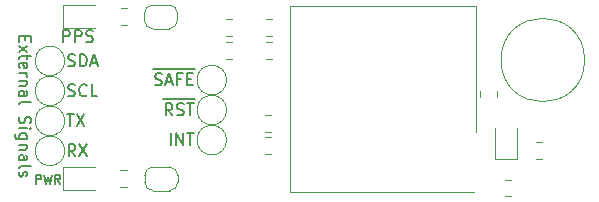
<source format=gbr>
G04 #@! TF.GenerationSoftware,KiCad,Pcbnew,(5.1.4)-1*
G04 #@! TF.CreationDate,2019-12-30T09:54:18-05:00*
G04 #@! TF.ProjectId,Feather-SAM-M8Q-GPS,46656174-6865-4722-9d53-414d2d4d3851,rev?*
G04 #@! TF.SameCoordinates,Original*
G04 #@! TF.FileFunction,Legend,Top*
G04 #@! TF.FilePolarity,Positive*
%FSLAX46Y46*%
G04 Gerber Fmt 4.6, Leading zero omitted, Abs format (unit mm)*
G04 Created by KiCad (PCBNEW (5.1.4)-1) date 2019-12-30 09:54:18*
%MOMM*%
%LPD*%
G04 APERTURE LIST*
%ADD10C,0.150000*%
%ADD11C,0.120000*%
G04 APERTURE END LIST*
D10*
X90160600Y-73999285D02*
X90160600Y-73249285D01*
X90446314Y-73249285D01*
X90517742Y-73285000D01*
X90553457Y-73320714D01*
X90589171Y-73392142D01*
X90589171Y-73499285D01*
X90553457Y-73570714D01*
X90517742Y-73606428D01*
X90446314Y-73642142D01*
X90160600Y-73642142D01*
X90839171Y-73249285D02*
X91017742Y-73999285D01*
X91160600Y-73463571D01*
X91303457Y-73999285D01*
X91482028Y-73249285D01*
X92196314Y-73999285D02*
X91946314Y-73642142D01*
X91767742Y-73999285D02*
X91767742Y-73249285D01*
X92053457Y-73249285D01*
X92124885Y-73285000D01*
X92160600Y-73320714D01*
X92196314Y-73392142D01*
X92196314Y-73499285D01*
X92160600Y-73570714D01*
X92124885Y-73606428D01*
X92053457Y-73642142D01*
X91767742Y-73642142D01*
X92424404Y-62009280D02*
X92424404Y-61009280D01*
X92805357Y-61009280D01*
X92900595Y-61056900D01*
X92948214Y-61104519D01*
X92995833Y-61199757D01*
X92995833Y-61342614D01*
X92948214Y-61437852D01*
X92900595Y-61485471D01*
X92805357Y-61533090D01*
X92424404Y-61533090D01*
X93424404Y-62009280D02*
X93424404Y-61009280D01*
X93805357Y-61009280D01*
X93900595Y-61056900D01*
X93948214Y-61104519D01*
X93995833Y-61199757D01*
X93995833Y-61342614D01*
X93948214Y-61437852D01*
X93900595Y-61485471D01*
X93805357Y-61533090D01*
X93424404Y-61533090D01*
X94376785Y-61961661D02*
X94519642Y-62009280D01*
X94757738Y-62009280D01*
X94852976Y-61961661D01*
X94900595Y-61914042D01*
X94948214Y-61818804D01*
X94948214Y-61723566D01*
X94900595Y-61628328D01*
X94852976Y-61580709D01*
X94757738Y-61533090D01*
X94567261Y-61485471D01*
X94472023Y-61437852D01*
X94424404Y-61390233D01*
X94376785Y-61294995D01*
X94376785Y-61199757D01*
X94424404Y-61104519D01*
X94472023Y-61056900D01*
X94567261Y-61009280D01*
X94805357Y-61009280D01*
X94948214Y-61056900D01*
X89225428Y-61508428D02*
X89225428Y-61841761D01*
X88701619Y-61984619D02*
X88701619Y-61508428D01*
X89701619Y-61508428D01*
X89701619Y-61984619D01*
X88701619Y-62317952D02*
X89368285Y-62841761D01*
X89368285Y-62317952D02*
X88701619Y-62841761D01*
X89368285Y-63079857D02*
X89368285Y-63460809D01*
X89701619Y-63222714D02*
X88844476Y-63222714D01*
X88749238Y-63270333D01*
X88701619Y-63365571D01*
X88701619Y-63460809D01*
X88749238Y-64175095D02*
X88701619Y-64079857D01*
X88701619Y-63889380D01*
X88749238Y-63794142D01*
X88844476Y-63746523D01*
X89225428Y-63746523D01*
X89320666Y-63794142D01*
X89368285Y-63889380D01*
X89368285Y-64079857D01*
X89320666Y-64175095D01*
X89225428Y-64222714D01*
X89130190Y-64222714D01*
X89034952Y-63746523D01*
X88701619Y-64651285D02*
X89368285Y-64651285D01*
X89177809Y-64651285D02*
X89273047Y-64698904D01*
X89320666Y-64746523D01*
X89368285Y-64841761D01*
X89368285Y-64937000D01*
X89368285Y-65270333D02*
X88701619Y-65270333D01*
X89273047Y-65270333D02*
X89320666Y-65317952D01*
X89368285Y-65413190D01*
X89368285Y-65556047D01*
X89320666Y-65651285D01*
X89225428Y-65698904D01*
X88701619Y-65698904D01*
X88701619Y-66603666D02*
X89225428Y-66603666D01*
X89320666Y-66556047D01*
X89368285Y-66460809D01*
X89368285Y-66270333D01*
X89320666Y-66175095D01*
X88749238Y-66603666D02*
X88701619Y-66508428D01*
X88701619Y-66270333D01*
X88749238Y-66175095D01*
X88844476Y-66127476D01*
X88939714Y-66127476D01*
X89034952Y-66175095D01*
X89082571Y-66270333D01*
X89082571Y-66508428D01*
X89130190Y-66603666D01*
X88701619Y-67222714D02*
X88749238Y-67127476D01*
X88844476Y-67079857D01*
X89701619Y-67079857D01*
X88749238Y-68317952D02*
X88701619Y-68460809D01*
X88701619Y-68698904D01*
X88749238Y-68794142D01*
X88796857Y-68841761D01*
X88892095Y-68889380D01*
X88987333Y-68889380D01*
X89082571Y-68841761D01*
X89130190Y-68794142D01*
X89177809Y-68698904D01*
X89225428Y-68508428D01*
X89273047Y-68413190D01*
X89320666Y-68365571D01*
X89415904Y-68317952D01*
X89511142Y-68317952D01*
X89606380Y-68365571D01*
X89654000Y-68413190D01*
X89701619Y-68508428D01*
X89701619Y-68746523D01*
X89654000Y-68889380D01*
X88701619Y-69317952D02*
X89368285Y-69317952D01*
X89701619Y-69317952D02*
X89654000Y-69270333D01*
X89606380Y-69317952D01*
X89654000Y-69365571D01*
X89701619Y-69317952D01*
X89606380Y-69317952D01*
X89368285Y-70222714D02*
X88558761Y-70222714D01*
X88463523Y-70175095D01*
X88415904Y-70127476D01*
X88368285Y-70032238D01*
X88368285Y-69889380D01*
X88415904Y-69794142D01*
X88749238Y-70222714D02*
X88701619Y-70127476D01*
X88701619Y-69937000D01*
X88749238Y-69841761D01*
X88796857Y-69794142D01*
X88892095Y-69746523D01*
X89177809Y-69746523D01*
X89273047Y-69794142D01*
X89320666Y-69841761D01*
X89368285Y-69937000D01*
X89368285Y-70127476D01*
X89320666Y-70222714D01*
X89368285Y-70698904D02*
X88701619Y-70698904D01*
X89273047Y-70698904D02*
X89320666Y-70746523D01*
X89368285Y-70841761D01*
X89368285Y-70984619D01*
X89320666Y-71079857D01*
X89225428Y-71127476D01*
X88701619Y-71127476D01*
X88701619Y-72032238D02*
X89225428Y-72032238D01*
X89320666Y-71984619D01*
X89368285Y-71889380D01*
X89368285Y-71698904D01*
X89320666Y-71603666D01*
X88749238Y-72032238D02*
X88701619Y-71937000D01*
X88701619Y-71698904D01*
X88749238Y-71603666D01*
X88844476Y-71556047D01*
X88939714Y-71556047D01*
X89034952Y-71603666D01*
X89082571Y-71698904D01*
X89082571Y-71937000D01*
X89130190Y-72032238D01*
X88701619Y-72651285D02*
X88749238Y-72556047D01*
X88844476Y-72508428D01*
X89701619Y-72508428D01*
X88749238Y-72984619D02*
X88701619Y-73079857D01*
X88701619Y-73270333D01*
X88749238Y-73365571D01*
X88844476Y-73413190D01*
X88892095Y-73413190D01*
X88987333Y-73365571D01*
X89034952Y-73270333D01*
X89034952Y-73127476D01*
X89082571Y-73032238D01*
X89177809Y-72984619D01*
X89225428Y-72984619D01*
X89320666Y-73032238D01*
X89368285Y-73127476D01*
X89368285Y-73270333D01*
X89320666Y-73365571D01*
D11*
X106267300Y-67767200D02*
G75*
G03X106267300Y-67767200I-1251000J0D01*
G01*
X106267300Y-65227200D02*
G75*
G03X106267300Y-65227200I-1251000J0D01*
G01*
X106267300Y-70307200D02*
G75*
G03X106267300Y-70307200I-1251000J0D01*
G01*
X92564000Y-63601600D02*
G75*
G03X92564000Y-63601600I-1251000J0D01*
G01*
X92564000Y-66141600D02*
G75*
G03X92564000Y-66141600I-1251000J0D01*
G01*
X92564000Y-71221600D02*
G75*
G03X92564000Y-71221600I-1251000J0D01*
G01*
X92564000Y-68681600D02*
G75*
G03X92564000Y-68681600I-1251000J0D01*
G01*
X127257000Y-74712800D02*
X111647000Y-74712800D01*
X111647000Y-74712800D02*
X111647000Y-58992800D01*
X127367000Y-58992800D02*
X111647000Y-58992800D01*
X127367000Y-69652800D02*
X127367000Y-58992800D01*
X130881000Y-71941400D02*
X130881000Y-69256400D01*
X128961000Y-71941400D02*
X130881000Y-71941400D01*
X128961000Y-69256400D02*
X128961000Y-71941400D01*
X106192822Y-63448000D02*
X106709978Y-63448000D01*
X106192822Y-62028000D02*
X106709978Y-62028000D01*
X106192822Y-61492200D02*
X106709978Y-61492200D01*
X106192822Y-60072200D02*
X106709978Y-60072200D01*
X97277422Y-74293800D02*
X97794578Y-74293800D01*
X97277422Y-72873800D02*
X97794578Y-72873800D01*
X97328222Y-60577800D02*
X97845378Y-60577800D01*
X97328222Y-59157800D02*
X97845378Y-59157800D01*
X132948178Y-70460800D02*
X132431022Y-70460800D01*
X132948178Y-71880800D02*
X132431022Y-71880800D01*
X109520222Y-69594800D02*
X110037378Y-69594800D01*
X109520222Y-68174800D02*
X110037378Y-68174800D01*
X109520222Y-71499800D02*
X110037378Y-71499800D01*
X109520222Y-70079800D02*
X110037378Y-70079800D01*
X109571022Y-63448000D02*
X110088178Y-63448000D01*
X109571022Y-62028000D02*
X110088178Y-62028000D01*
X109571022Y-61492200D02*
X110088178Y-61492200D01*
X109571022Y-60072200D02*
X110088178Y-60072200D01*
X101436400Y-74583800D02*
X100036400Y-74583800D01*
X99336400Y-73883800D02*
X99336400Y-73283800D01*
X100036400Y-72583800D02*
X101436400Y-72583800D01*
X102136400Y-73283800D02*
X102136400Y-73883800D01*
X102136400Y-73883800D02*
G75*
G02X101436400Y-74583800I-700000J0D01*
G01*
X101436400Y-72583800D02*
G75*
G02X102136400Y-73283800I0J-700000D01*
G01*
X99336400Y-73283800D02*
G75*
G02X100036400Y-72583800I700000J0D01*
G01*
X100036400Y-74583800D02*
G75*
G02X99336400Y-73883800I0J700000D01*
G01*
X101411000Y-60867800D02*
X100011000Y-60867800D01*
X99311000Y-60167800D02*
X99311000Y-59567800D01*
X100011000Y-58867800D02*
X101411000Y-58867800D01*
X102111000Y-59567800D02*
X102111000Y-60167800D01*
X102111000Y-60167800D02*
G75*
G02X101411000Y-60867800I-700000J0D01*
G01*
X101411000Y-58867800D02*
G75*
G02X102111000Y-59567800I0J-700000D01*
G01*
X99311000Y-59567800D02*
G75*
G02X100011000Y-58867800I700000J0D01*
G01*
X100011000Y-60867800D02*
G75*
G02X99311000Y-60167800I0J700000D01*
G01*
X92447400Y-74543800D02*
X95132400Y-74543800D01*
X92447400Y-72623800D02*
X92447400Y-74543800D01*
X95132400Y-72623800D02*
X92447400Y-72623800D01*
X92447400Y-60827800D02*
X95132400Y-60827800D01*
X92447400Y-58907800D02*
X92447400Y-60827800D01*
X95132400Y-58907800D02*
X92447400Y-58907800D01*
X129183200Y-66679578D02*
X129183200Y-66162422D01*
X127763200Y-66679578D02*
X127763200Y-66162422D01*
X129814822Y-75081200D02*
X130331978Y-75081200D01*
X129814822Y-73661200D02*
X130331978Y-73661200D01*
X136575200Y-63529200D02*
G75*
G03X136575200Y-63529200I-3530000J0D01*
G01*
D10*
X100874171Y-66839500D02*
X101874171Y-66839500D01*
X101683694Y-68206880D02*
X101350361Y-67730690D01*
X101112266Y-68206880D02*
X101112266Y-67206880D01*
X101493218Y-67206880D01*
X101588456Y-67254500D01*
X101636075Y-67302119D01*
X101683694Y-67397357D01*
X101683694Y-67540214D01*
X101636075Y-67635452D01*
X101588456Y-67683071D01*
X101493218Y-67730690D01*
X101112266Y-67730690D01*
X101874171Y-66839500D02*
X102826552Y-66839500D01*
X102064647Y-68159261D02*
X102207504Y-68206880D01*
X102445599Y-68206880D01*
X102540837Y-68159261D01*
X102588456Y-68111642D01*
X102636075Y-68016404D01*
X102636075Y-67921166D01*
X102588456Y-67825928D01*
X102540837Y-67778309D01*
X102445599Y-67730690D01*
X102255123Y-67683071D01*
X102159885Y-67635452D01*
X102112266Y-67587833D01*
X102064647Y-67492595D01*
X102064647Y-67397357D01*
X102112266Y-67302119D01*
X102159885Y-67254500D01*
X102255123Y-67206880D01*
X102493218Y-67206880D01*
X102636075Y-67254500D01*
X102826552Y-66839500D02*
X103588456Y-66839500D01*
X102921790Y-67206880D02*
X103493218Y-67206880D01*
X103207504Y-68206880D02*
X103207504Y-67206880D01*
X100017027Y-64299500D02*
X100969408Y-64299500D01*
X100207503Y-65619261D02*
X100350361Y-65666880D01*
X100588456Y-65666880D01*
X100683694Y-65619261D01*
X100731313Y-65571642D01*
X100778932Y-65476404D01*
X100778932Y-65381166D01*
X100731313Y-65285928D01*
X100683694Y-65238309D01*
X100588456Y-65190690D01*
X100397980Y-65143071D01*
X100302742Y-65095452D01*
X100255122Y-65047833D01*
X100207503Y-64952595D01*
X100207503Y-64857357D01*
X100255122Y-64762119D01*
X100302742Y-64714500D01*
X100397980Y-64666880D01*
X100636075Y-64666880D01*
X100778932Y-64714500D01*
X100969408Y-64299500D02*
X101826551Y-64299500D01*
X101159884Y-65381166D02*
X101636075Y-65381166D01*
X101064646Y-65666880D02*
X101397980Y-64666880D01*
X101731313Y-65666880D01*
X101826551Y-64299500D02*
X102683694Y-64299500D01*
X102397980Y-65143071D02*
X102064646Y-65143071D01*
X102064646Y-65666880D02*
X102064646Y-64666880D01*
X102540837Y-64666880D01*
X102683694Y-64299500D02*
X103588456Y-64299500D01*
X102921789Y-65143071D02*
X103255122Y-65143071D01*
X103397980Y-65666880D02*
X102921789Y-65666880D01*
X102921789Y-64666880D01*
X103397980Y-64666880D01*
X101540838Y-70746880D02*
X101540838Y-69746880D01*
X102017028Y-70746880D02*
X102017028Y-69746880D01*
X102588457Y-70746880D01*
X102588457Y-69746880D01*
X102921790Y-69746880D02*
X103493219Y-69746880D01*
X103207504Y-70746880D02*
X103207504Y-69746880D01*
X92848324Y-64006361D02*
X92991181Y-64053980D01*
X93229276Y-64053980D01*
X93324514Y-64006361D01*
X93372133Y-63958742D01*
X93419752Y-63863504D01*
X93419752Y-63768266D01*
X93372133Y-63673028D01*
X93324514Y-63625409D01*
X93229276Y-63577790D01*
X93038800Y-63530171D01*
X92943562Y-63482552D01*
X92895943Y-63434933D01*
X92848324Y-63339695D01*
X92848324Y-63244457D01*
X92895943Y-63149219D01*
X92943562Y-63101600D01*
X93038800Y-63053980D01*
X93276895Y-63053980D01*
X93419752Y-63101600D01*
X93848324Y-64053980D02*
X93848324Y-63053980D01*
X94086419Y-63053980D01*
X94229276Y-63101600D01*
X94324514Y-63196838D01*
X94372133Y-63292076D01*
X94419752Y-63482552D01*
X94419752Y-63625409D01*
X94372133Y-63815885D01*
X94324514Y-63911123D01*
X94229276Y-64006361D01*
X94086419Y-64053980D01*
X93848324Y-64053980D01*
X94800705Y-63768266D02*
X95276895Y-63768266D01*
X94705467Y-64053980D02*
X95038800Y-63053980D01*
X95372133Y-64053980D01*
X92848323Y-66546361D02*
X92991180Y-66593980D01*
X93229276Y-66593980D01*
X93324514Y-66546361D01*
X93372133Y-66498742D01*
X93419752Y-66403504D01*
X93419752Y-66308266D01*
X93372133Y-66213028D01*
X93324514Y-66165409D01*
X93229276Y-66117790D01*
X93038800Y-66070171D01*
X92943561Y-66022552D01*
X92895942Y-65974933D01*
X92848323Y-65879695D01*
X92848323Y-65784457D01*
X92895942Y-65689219D01*
X92943561Y-65641600D01*
X93038800Y-65593980D01*
X93276895Y-65593980D01*
X93419752Y-65641600D01*
X94419752Y-66498742D02*
X94372133Y-66546361D01*
X94229276Y-66593980D01*
X94134038Y-66593980D01*
X93991180Y-66546361D01*
X93895942Y-66451123D01*
X93848323Y-66355885D01*
X93800704Y-66165409D01*
X93800704Y-66022552D01*
X93848323Y-65832076D01*
X93895942Y-65736838D01*
X93991180Y-65641600D01*
X94134038Y-65593980D01*
X94229276Y-65593980D01*
X94372133Y-65641600D01*
X94419752Y-65689219D01*
X95324514Y-66593980D02*
X94848323Y-66593980D01*
X94848323Y-65593980D01*
X93467371Y-71673980D02*
X93134038Y-71197790D01*
X92895942Y-71673980D02*
X92895942Y-70673980D01*
X93276895Y-70673980D01*
X93372133Y-70721600D01*
X93419752Y-70769219D01*
X93467371Y-70864457D01*
X93467371Y-71007314D01*
X93419752Y-71102552D01*
X93372133Y-71150171D01*
X93276895Y-71197790D01*
X92895942Y-71197790D01*
X93800704Y-70673980D02*
X94467371Y-71673980D01*
X94467371Y-70673980D02*
X93800704Y-71673980D01*
X92753086Y-68133980D02*
X93324514Y-68133980D01*
X93038800Y-69133980D02*
X93038800Y-68133980D01*
X93562610Y-68133980D02*
X94229276Y-69133980D01*
X94229276Y-68133980D02*
X93562610Y-69133980D01*
M02*

</source>
